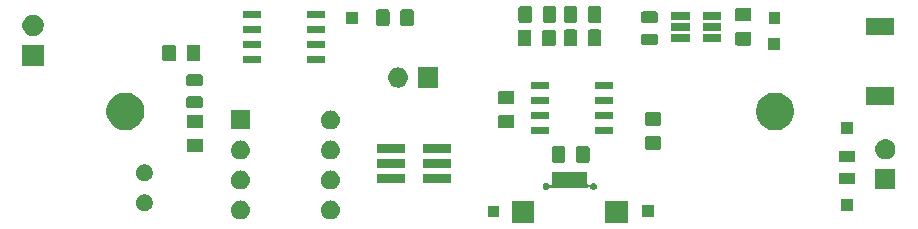
<source format=gbr>
G04 #@! TF.GenerationSoftware,KiCad,Pcbnew,(5.0.1)-4*
G04 #@! TF.CreationDate,2019-10-30T18:23:07+01:00*
G04 #@! TF.ProjectId,PCB,5043422E6B696361645F706362000000,rev?*
G04 #@! TF.SameCoordinates,Original*
G04 #@! TF.FileFunction,Soldermask,Top*
G04 #@! TF.FilePolarity,Negative*
%FSLAX46Y46*%
G04 Gerber Fmt 4.6, Leading zero omitted, Abs format (unit mm)*
G04 Created by KiCad (PCBNEW (5.0.1)-4) date 30/10/2019 18:23:07*
%MOMM*%
%LPD*%
G01*
G04 APERTURE LIST*
%ADD10C,0.100000*%
G04 APERTURE END LIST*
D10*
G36*
X152524800Y-119441000D02*
X150624800Y-119441000D01*
X150624800Y-117541000D01*
X152524800Y-117541000D01*
X152524800Y-119441000D01*
X152524800Y-119441000D01*
G37*
G36*
X144624800Y-119441000D02*
X142724800Y-119441000D01*
X142724800Y-117541000D01*
X144624800Y-117541000D01*
X144624800Y-119441000D01*
X144624800Y-119441000D01*
G37*
G36*
X127473249Y-117546317D02*
X127512427Y-117550176D01*
X127587828Y-117573049D01*
X127663229Y-117595921D01*
X127802208Y-117670208D01*
X127924022Y-117770178D01*
X128023992Y-117891992D01*
X128098279Y-118030971D01*
X128098279Y-118030972D01*
X128142038Y-118175225D01*
X128144024Y-118181774D01*
X128159470Y-118338600D01*
X128144024Y-118495426D01*
X128098279Y-118646229D01*
X128023992Y-118785208D01*
X127924022Y-118907022D01*
X127802208Y-119006992D01*
X127663229Y-119081279D01*
X127587828Y-119104151D01*
X127512427Y-119127024D01*
X127473249Y-119130883D01*
X127394895Y-119138600D01*
X127316305Y-119138600D01*
X127237951Y-119130883D01*
X127198773Y-119127024D01*
X127123372Y-119104151D01*
X127047971Y-119081279D01*
X126908992Y-119006992D01*
X126787178Y-118907022D01*
X126687208Y-118785208D01*
X126612921Y-118646229D01*
X126567176Y-118495426D01*
X126551730Y-118338600D01*
X126567176Y-118181774D01*
X126569163Y-118175225D01*
X126612921Y-118030972D01*
X126612921Y-118030971D01*
X126687208Y-117891992D01*
X126787178Y-117770178D01*
X126908992Y-117670208D01*
X127047971Y-117595921D01*
X127123372Y-117573049D01*
X127198773Y-117550176D01*
X127237951Y-117546317D01*
X127316305Y-117538600D01*
X127394895Y-117538600D01*
X127473249Y-117546317D01*
X127473249Y-117546317D01*
G37*
G36*
X119853249Y-117546317D02*
X119892427Y-117550176D01*
X119967828Y-117573049D01*
X120043229Y-117595921D01*
X120182208Y-117670208D01*
X120304022Y-117770178D01*
X120403992Y-117891992D01*
X120478279Y-118030971D01*
X120478279Y-118030972D01*
X120522038Y-118175225D01*
X120524024Y-118181774D01*
X120539470Y-118338600D01*
X120524024Y-118495426D01*
X120478279Y-118646229D01*
X120403992Y-118785208D01*
X120304022Y-118907022D01*
X120182208Y-119006992D01*
X120043229Y-119081279D01*
X119967828Y-119104151D01*
X119892427Y-119127024D01*
X119853249Y-119130883D01*
X119774895Y-119138600D01*
X119696305Y-119138600D01*
X119617951Y-119130883D01*
X119578773Y-119127024D01*
X119503372Y-119104151D01*
X119427971Y-119081279D01*
X119288992Y-119006992D01*
X119167178Y-118907022D01*
X119067208Y-118785208D01*
X118992921Y-118646229D01*
X118947176Y-118495426D01*
X118931730Y-118338600D01*
X118947176Y-118181774D01*
X118949163Y-118175225D01*
X118992921Y-118030972D01*
X118992921Y-118030971D01*
X119067208Y-117891992D01*
X119167178Y-117770178D01*
X119288992Y-117670208D01*
X119427971Y-117595921D01*
X119503372Y-117573049D01*
X119578773Y-117550176D01*
X119617951Y-117546317D01*
X119696305Y-117538600D01*
X119774895Y-117538600D01*
X119853249Y-117546317D01*
X119853249Y-117546317D01*
G37*
G36*
X141673200Y-118965600D02*
X140673200Y-118965600D01*
X140673200Y-117965600D01*
X141673200Y-117965600D01*
X141673200Y-118965600D01*
X141673200Y-118965600D01*
G37*
G36*
X154779600Y-118914800D02*
X153779600Y-118914800D01*
X153779600Y-117914800D01*
X154779600Y-117914800D01*
X154779600Y-118914800D01*
X154779600Y-118914800D01*
G37*
G36*
X111799083Y-117055900D02*
X111926474Y-117108668D01*
X112041125Y-117185275D01*
X112138625Y-117282775D01*
X112215232Y-117397426D01*
X112268000Y-117524817D01*
X112294900Y-117660055D01*
X112294900Y-117797945D01*
X112268000Y-117933183D01*
X112215232Y-118060574D01*
X112138625Y-118175225D01*
X112041125Y-118272725D01*
X111926474Y-118349332D01*
X111799083Y-118402100D01*
X111663845Y-118429000D01*
X111525955Y-118429000D01*
X111390717Y-118402100D01*
X111263326Y-118349332D01*
X111148675Y-118272725D01*
X111051175Y-118175225D01*
X110974568Y-118060574D01*
X110921800Y-117933183D01*
X110894900Y-117797945D01*
X110894900Y-117660055D01*
X110921800Y-117524817D01*
X110974568Y-117397426D01*
X111051175Y-117282775D01*
X111148675Y-117185275D01*
X111263326Y-117108668D01*
X111390717Y-117055900D01*
X111525955Y-117029000D01*
X111663845Y-117029000D01*
X111799083Y-117055900D01*
X111799083Y-117055900D01*
G37*
G36*
X171619800Y-118406800D02*
X170619800Y-118406800D01*
X170619800Y-117406800D01*
X171619800Y-117406800D01*
X171619800Y-118406800D01*
X171619800Y-118406800D01*
G37*
G36*
X149124800Y-116137248D02*
X149127202Y-116161634D01*
X149134315Y-116185083D01*
X149145866Y-116206694D01*
X149161412Y-116225636D01*
X149180354Y-116241182D01*
X149201965Y-116252733D01*
X149225414Y-116259846D01*
X149249800Y-116262248D01*
X149274186Y-116259846D01*
X149297635Y-116252733D01*
X149319246Y-116241182D01*
X149338188Y-116225636D01*
X149353734Y-116206694D01*
X149358942Y-116198900D01*
X149358943Y-116198897D01*
X149391774Y-116149761D01*
X149433561Y-116107974D01*
X149482697Y-116075143D01*
X149537293Y-116052528D01*
X149595253Y-116041000D01*
X149654347Y-116041000D01*
X149712307Y-116052528D01*
X149766903Y-116075143D01*
X149816039Y-116107974D01*
X149857826Y-116149761D01*
X149890657Y-116198897D01*
X149913272Y-116253493D01*
X149924800Y-116311453D01*
X149924800Y-116370547D01*
X149913272Y-116428507D01*
X149890657Y-116483103D01*
X149857826Y-116532239D01*
X149816039Y-116574026D01*
X149766903Y-116606857D01*
X149712307Y-116629472D01*
X149654347Y-116641000D01*
X149595253Y-116641000D01*
X149537293Y-116629472D01*
X149482697Y-116606857D01*
X149433561Y-116574026D01*
X149391774Y-116532239D01*
X149358943Y-116483103D01*
X149358942Y-116483100D01*
X149353734Y-116475306D01*
X149338188Y-116456364D01*
X149319246Y-116440818D01*
X149297635Y-116429267D01*
X149274186Y-116422154D01*
X149249800Y-116419752D01*
X149225414Y-116422154D01*
X149201964Y-116429267D01*
X149180354Y-116440818D01*
X149161412Y-116456364D01*
X149145866Y-116475306D01*
X149137478Y-116491000D01*
X146112122Y-116491000D01*
X146103734Y-116475306D01*
X146088188Y-116456364D01*
X146069246Y-116440818D01*
X146047635Y-116429267D01*
X146024186Y-116422154D01*
X145999800Y-116419752D01*
X145975414Y-116422154D01*
X145951965Y-116429267D01*
X145930354Y-116440818D01*
X145911412Y-116456364D01*
X145895866Y-116475306D01*
X145890658Y-116483100D01*
X145890657Y-116483103D01*
X145857826Y-116532239D01*
X145816039Y-116574026D01*
X145766903Y-116606857D01*
X145712307Y-116629472D01*
X145654347Y-116641000D01*
X145595253Y-116641000D01*
X145537293Y-116629472D01*
X145482697Y-116606857D01*
X145433561Y-116574026D01*
X145391774Y-116532239D01*
X145358943Y-116483103D01*
X145336328Y-116428507D01*
X145324800Y-116370547D01*
X145324800Y-116311453D01*
X145336328Y-116253493D01*
X145358943Y-116198897D01*
X145391774Y-116149761D01*
X145433561Y-116107974D01*
X145482697Y-116075143D01*
X145537293Y-116052528D01*
X145595253Y-116041000D01*
X145654347Y-116041000D01*
X145712307Y-116052528D01*
X145766903Y-116075143D01*
X145816039Y-116107974D01*
X145857826Y-116149761D01*
X145890657Y-116198897D01*
X145890658Y-116198900D01*
X145895866Y-116206694D01*
X145911412Y-116225636D01*
X145930354Y-116241182D01*
X145951965Y-116252733D01*
X145975414Y-116259846D01*
X145999800Y-116262248D01*
X146024186Y-116259846D01*
X146047636Y-116252733D01*
X146069246Y-116241182D01*
X146088188Y-116225636D01*
X146103734Y-116206694D01*
X146115285Y-116185083D01*
X146122398Y-116161634D01*
X146124800Y-116137248D01*
X146124800Y-115141000D01*
X149124800Y-115141000D01*
X149124800Y-116137248D01*
X149124800Y-116137248D01*
G37*
G36*
X119853249Y-115006317D02*
X119892427Y-115010176D01*
X119967828Y-115033049D01*
X120043229Y-115055921D01*
X120182208Y-115130208D01*
X120304022Y-115230178D01*
X120403992Y-115351992D01*
X120478279Y-115490971D01*
X120478279Y-115490972D01*
X120524024Y-115641773D01*
X120539470Y-115798600D01*
X120524024Y-115955427D01*
X120501152Y-116030827D01*
X120478279Y-116106229D01*
X120403992Y-116245208D01*
X120304022Y-116367022D01*
X120182208Y-116466992D01*
X120043229Y-116541279D01*
X119967827Y-116564152D01*
X119892427Y-116587024D01*
X119853249Y-116590883D01*
X119774895Y-116598600D01*
X119696305Y-116598600D01*
X119617951Y-116590883D01*
X119578773Y-116587024D01*
X119503373Y-116564152D01*
X119427971Y-116541279D01*
X119288992Y-116466992D01*
X119167178Y-116367022D01*
X119067208Y-116245208D01*
X118992921Y-116106229D01*
X118970048Y-116030827D01*
X118947176Y-115955427D01*
X118931730Y-115798600D01*
X118947176Y-115641773D01*
X118992921Y-115490972D01*
X118992921Y-115490971D01*
X119067208Y-115351992D01*
X119167178Y-115230178D01*
X119288992Y-115130208D01*
X119427971Y-115055921D01*
X119503372Y-115033049D01*
X119578773Y-115010176D01*
X119617951Y-115006317D01*
X119696305Y-114998600D01*
X119774895Y-114998600D01*
X119853249Y-115006317D01*
X119853249Y-115006317D01*
G37*
G36*
X127473249Y-115006317D02*
X127512427Y-115010176D01*
X127587828Y-115033049D01*
X127663229Y-115055921D01*
X127802208Y-115130208D01*
X127924022Y-115230178D01*
X128023992Y-115351992D01*
X128098279Y-115490971D01*
X128098279Y-115490972D01*
X128144024Y-115641773D01*
X128159470Y-115798600D01*
X128144024Y-115955427D01*
X128121152Y-116030827D01*
X128098279Y-116106229D01*
X128023992Y-116245208D01*
X127924022Y-116367022D01*
X127802208Y-116466992D01*
X127663229Y-116541279D01*
X127587827Y-116564152D01*
X127512427Y-116587024D01*
X127473249Y-116590883D01*
X127394895Y-116598600D01*
X127316305Y-116598600D01*
X127237951Y-116590883D01*
X127198773Y-116587024D01*
X127123373Y-116564152D01*
X127047971Y-116541279D01*
X126908992Y-116466992D01*
X126787178Y-116367022D01*
X126687208Y-116245208D01*
X126612921Y-116106229D01*
X126590048Y-116030827D01*
X126567176Y-115955427D01*
X126551730Y-115798600D01*
X126567176Y-115641773D01*
X126612921Y-115490972D01*
X126612921Y-115490971D01*
X126687208Y-115351992D01*
X126787178Y-115230178D01*
X126908992Y-115130208D01*
X127047971Y-115055921D01*
X127123372Y-115033049D01*
X127198773Y-115010176D01*
X127237951Y-115006317D01*
X127316305Y-114998600D01*
X127394895Y-114998600D01*
X127473249Y-115006317D01*
X127473249Y-115006317D01*
G37*
G36*
X175195600Y-116585100D02*
X173495600Y-116585100D01*
X173495600Y-114885100D01*
X175195600Y-114885100D01*
X175195600Y-116585100D01*
X175195600Y-116585100D01*
G37*
G36*
X171648392Y-115188176D02*
X171682283Y-115198457D01*
X171713511Y-115215148D01*
X171740885Y-115237615D01*
X171763352Y-115264989D01*
X171780043Y-115296217D01*
X171790324Y-115330108D01*
X171794400Y-115371491D01*
X171794400Y-115971709D01*
X171790324Y-116013092D01*
X171780043Y-116046983D01*
X171763352Y-116078211D01*
X171740885Y-116105585D01*
X171713511Y-116128052D01*
X171682283Y-116144743D01*
X171648392Y-116155024D01*
X171607009Y-116159100D01*
X170581791Y-116159100D01*
X170540408Y-116155024D01*
X170506517Y-116144743D01*
X170475289Y-116128052D01*
X170447915Y-116105585D01*
X170425448Y-116078211D01*
X170408757Y-116046983D01*
X170398476Y-116013092D01*
X170394400Y-115971709D01*
X170394400Y-115371491D01*
X170398476Y-115330108D01*
X170408757Y-115296217D01*
X170425448Y-115264989D01*
X170447915Y-115237615D01*
X170475289Y-115215148D01*
X170506517Y-115198457D01*
X170540408Y-115188176D01*
X170581791Y-115184100D01*
X171607009Y-115184100D01*
X171648392Y-115188176D01*
X171648392Y-115188176D01*
G37*
G36*
X133661000Y-116041600D02*
X131261000Y-116041600D01*
X131261000Y-115301600D01*
X133661000Y-115301600D01*
X133661000Y-116041600D01*
X133661000Y-116041600D01*
G37*
G36*
X137561000Y-116041600D02*
X135161000Y-116041600D01*
X135161000Y-115301600D01*
X137561000Y-115301600D01*
X137561000Y-116041600D01*
X137561000Y-116041600D01*
G37*
G36*
X111799083Y-114515900D02*
X111926474Y-114568668D01*
X112041125Y-114645275D01*
X112138625Y-114742775D01*
X112215232Y-114857426D01*
X112268000Y-114984817D01*
X112294900Y-115120055D01*
X112294900Y-115257945D01*
X112268000Y-115393183D01*
X112215232Y-115520574D01*
X112138625Y-115635225D01*
X112041125Y-115732725D01*
X111926474Y-115809332D01*
X111799083Y-115862100D01*
X111663845Y-115889000D01*
X111525955Y-115889000D01*
X111390717Y-115862100D01*
X111263326Y-115809332D01*
X111148675Y-115732725D01*
X111051175Y-115635225D01*
X110974568Y-115520574D01*
X110921800Y-115393183D01*
X110894900Y-115257945D01*
X110894900Y-115120055D01*
X110921800Y-114984817D01*
X110974568Y-114857426D01*
X111051175Y-114742775D01*
X111148675Y-114645275D01*
X111263326Y-114568668D01*
X111390717Y-114515900D01*
X111525955Y-114489000D01*
X111663845Y-114489000D01*
X111799083Y-114515900D01*
X111799083Y-114515900D01*
G37*
G36*
X133661000Y-114771600D02*
X131261000Y-114771600D01*
X131261000Y-114031600D01*
X133661000Y-114031600D01*
X133661000Y-114771600D01*
X133661000Y-114771600D01*
G37*
G36*
X137561000Y-114771600D02*
X135161000Y-114771600D01*
X135161000Y-114031600D01*
X137561000Y-114031600D01*
X137561000Y-114771600D01*
X137561000Y-114771600D01*
G37*
G36*
X147106522Y-112943639D02*
X147140053Y-112953811D01*
X147170960Y-112970331D01*
X147198043Y-112992557D01*
X147220269Y-113019640D01*
X147236789Y-113050547D01*
X147246961Y-113084078D01*
X147251000Y-113125087D01*
X147251000Y-114154113D01*
X147246961Y-114195122D01*
X147236789Y-114228653D01*
X147220269Y-114259560D01*
X147198043Y-114286643D01*
X147170960Y-114308869D01*
X147140053Y-114325389D01*
X147106522Y-114335561D01*
X147065513Y-114339600D01*
X146286487Y-114339600D01*
X146245478Y-114335561D01*
X146211947Y-114325389D01*
X146181040Y-114308869D01*
X146153957Y-114286643D01*
X146131731Y-114259560D01*
X146115211Y-114228653D01*
X146105039Y-114195122D01*
X146101000Y-114154113D01*
X146101000Y-113125087D01*
X146105039Y-113084078D01*
X146115211Y-113050547D01*
X146131731Y-113019640D01*
X146153957Y-112992557D01*
X146181040Y-112970331D01*
X146211947Y-112953811D01*
X146245478Y-112943639D01*
X146286487Y-112939600D01*
X147065513Y-112939600D01*
X147106522Y-112943639D01*
X147106522Y-112943639D01*
G37*
G36*
X149156522Y-112943639D02*
X149190053Y-112953811D01*
X149220960Y-112970331D01*
X149248043Y-112992557D01*
X149270269Y-113019640D01*
X149286789Y-113050547D01*
X149296961Y-113084078D01*
X149301000Y-113125087D01*
X149301000Y-114154113D01*
X149296961Y-114195122D01*
X149286789Y-114228653D01*
X149270269Y-114259560D01*
X149248043Y-114286643D01*
X149220960Y-114308869D01*
X149190053Y-114325389D01*
X149156522Y-114335561D01*
X149115513Y-114339600D01*
X148336487Y-114339600D01*
X148295478Y-114335561D01*
X148261947Y-114325389D01*
X148231040Y-114308869D01*
X148203957Y-114286643D01*
X148181731Y-114259560D01*
X148165211Y-114228653D01*
X148155039Y-114195122D01*
X148151000Y-114154113D01*
X148151000Y-113125087D01*
X148155039Y-113084078D01*
X148165211Y-113050547D01*
X148181731Y-113019640D01*
X148203957Y-112992557D01*
X148231040Y-112970331D01*
X148261947Y-112953811D01*
X148295478Y-112943639D01*
X148336487Y-112939600D01*
X149115513Y-112939600D01*
X149156522Y-112943639D01*
X149156522Y-112943639D01*
G37*
G36*
X171648392Y-113313176D02*
X171682283Y-113323457D01*
X171713511Y-113340148D01*
X171740885Y-113362615D01*
X171763352Y-113389989D01*
X171780043Y-113421217D01*
X171790324Y-113455108D01*
X171794400Y-113496491D01*
X171794400Y-114096709D01*
X171790324Y-114138092D01*
X171780043Y-114171983D01*
X171763352Y-114203211D01*
X171740885Y-114230585D01*
X171713511Y-114253052D01*
X171682283Y-114269743D01*
X171648392Y-114280024D01*
X171607009Y-114284100D01*
X170581791Y-114284100D01*
X170540408Y-114280024D01*
X170506517Y-114269743D01*
X170475289Y-114253052D01*
X170447915Y-114230585D01*
X170425448Y-114203211D01*
X170408757Y-114171983D01*
X170398476Y-114138092D01*
X170394400Y-114096709D01*
X170394400Y-113496491D01*
X170398476Y-113455108D01*
X170408757Y-113421217D01*
X170425448Y-113389989D01*
X170447915Y-113362615D01*
X170475289Y-113340148D01*
X170506517Y-113323457D01*
X170540408Y-113313176D01*
X170581791Y-113309100D01*
X171607009Y-113309100D01*
X171648392Y-113313176D01*
X171648392Y-113313176D01*
G37*
G36*
X119840666Y-112465078D02*
X119892427Y-112470176D01*
X119941071Y-112484932D01*
X120043229Y-112515921D01*
X120182208Y-112590208D01*
X120304022Y-112690178D01*
X120403992Y-112811992D01*
X120478279Y-112950971D01*
X120487610Y-112981732D01*
X120524024Y-113101773D01*
X120539470Y-113258600D01*
X120524024Y-113415427D01*
X120513060Y-113451570D01*
X120478279Y-113566229D01*
X120403992Y-113705208D01*
X120304022Y-113827022D01*
X120182208Y-113926992D01*
X120043229Y-114001279D01*
X119967828Y-114024151D01*
X119892427Y-114047024D01*
X119853249Y-114050883D01*
X119774895Y-114058600D01*
X119696305Y-114058600D01*
X119617951Y-114050883D01*
X119578773Y-114047024D01*
X119503372Y-114024151D01*
X119427971Y-114001279D01*
X119288992Y-113926992D01*
X119167178Y-113827022D01*
X119067208Y-113705208D01*
X118992921Y-113566229D01*
X118958140Y-113451570D01*
X118947176Y-113415427D01*
X118931730Y-113258600D01*
X118947176Y-113101773D01*
X118983590Y-112981732D01*
X118992921Y-112950971D01*
X119067208Y-112811992D01*
X119167178Y-112690178D01*
X119288992Y-112590208D01*
X119427971Y-112515921D01*
X119530129Y-112484932D01*
X119578773Y-112470176D01*
X119630534Y-112465078D01*
X119696305Y-112458600D01*
X119774895Y-112458600D01*
X119840666Y-112465078D01*
X119840666Y-112465078D01*
G37*
G36*
X127460666Y-112465078D02*
X127512427Y-112470176D01*
X127561071Y-112484932D01*
X127663229Y-112515921D01*
X127802208Y-112590208D01*
X127924022Y-112690178D01*
X128023992Y-112811992D01*
X128098279Y-112950971D01*
X128107610Y-112981732D01*
X128144024Y-113101773D01*
X128159470Y-113258600D01*
X128144024Y-113415427D01*
X128133060Y-113451570D01*
X128098279Y-113566229D01*
X128023992Y-113705208D01*
X127924022Y-113827022D01*
X127802208Y-113926992D01*
X127663229Y-114001279D01*
X127587828Y-114024151D01*
X127512427Y-114047024D01*
X127473249Y-114050883D01*
X127394895Y-114058600D01*
X127316305Y-114058600D01*
X127237951Y-114050883D01*
X127198773Y-114047024D01*
X127123372Y-114024151D01*
X127047971Y-114001279D01*
X126908992Y-113926992D01*
X126787178Y-113827022D01*
X126687208Y-113705208D01*
X126612921Y-113566229D01*
X126578140Y-113451570D01*
X126567176Y-113415427D01*
X126551730Y-113258600D01*
X126567176Y-113101773D01*
X126603590Y-112981732D01*
X126612921Y-112950971D01*
X126687208Y-112811992D01*
X126787178Y-112690178D01*
X126908992Y-112590208D01*
X127047971Y-112515921D01*
X127150129Y-112484932D01*
X127198773Y-112470176D01*
X127250534Y-112465078D01*
X127316305Y-112458600D01*
X127394895Y-112458600D01*
X127460666Y-112465078D01*
X127460666Y-112465078D01*
G37*
G36*
X174512230Y-112357399D02*
X174672455Y-112406003D01*
X174820120Y-112484931D01*
X174949549Y-112591151D01*
X175055769Y-112720580D01*
X175134697Y-112868245D01*
X175183301Y-113028470D01*
X175199712Y-113195100D01*
X175183301Y-113361730D01*
X175134697Y-113521955D01*
X175055769Y-113669620D01*
X174949549Y-113799049D01*
X174820120Y-113905269D01*
X174672455Y-113984197D01*
X174512230Y-114032801D01*
X174387352Y-114045100D01*
X174303848Y-114045100D01*
X174178970Y-114032801D01*
X174018745Y-113984197D01*
X173871080Y-113905269D01*
X173741651Y-113799049D01*
X173635431Y-113669620D01*
X173556503Y-113521955D01*
X173507899Y-113361730D01*
X173491488Y-113195100D01*
X173507899Y-113028470D01*
X173556503Y-112868245D01*
X173635431Y-112720580D01*
X173741651Y-112591151D01*
X173871080Y-112484931D01*
X174018745Y-112406003D01*
X174178970Y-112357399D01*
X174303848Y-112345100D01*
X174387352Y-112345100D01*
X174512230Y-112357399D01*
X174512230Y-112357399D01*
G37*
G36*
X137561000Y-113501600D02*
X135161000Y-113501600D01*
X135161000Y-112761600D01*
X137561000Y-112761600D01*
X137561000Y-113501600D01*
X137561000Y-113501600D01*
G37*
G36*
X133661000Y-113501600D02*
X131261000Y-113501600D01*
X131261000Y-112761600D01*
X133661000Y-112761600D01*
X133661000Y-113501600D01*
X133661000Y-113501600D01*
G37*
G36*
X116455722Y-112324639D02*
X116489253Y-112334811D01*
X116520160Y-112351331D01*
X116547243Y-112373557D01*
X116569469Y-112400640D01*
X116585989Y-112431547D01*
X116596161Y-112465078D01*
X116600200Y-112506087D01*
X116600200Y-113285113D01*
X116596161Y-113326122D01*
X116585989Y-113359653D01*
X116569469Y-113390560D01*
X116547243Y-113417643D01*
X116520160Y-113439869D01*
X116489253Y-113456389D01*
X116455722Y-113466561D01*
X116414713Y-113470600D01*
X115385687Y-113470600D01*
X115344678Y-113466561D01*
X115311147Y-113456389D01*
X115280240Y-113439869D01*
X115253157Y-113417643D01*
X115230931Y-113390560D01*
X115214411Y-113359653D01*
X115204239Y-113326122D01*
X115200200Y-113285113D01*
X115200200Y-112506087D01*
X115204239Y-112465078D01*
X115214411Y-112431547D01*
X115230931Y-112400640D01*
X115253157Y-112373557D01*
X115280240Y-112351331D01*
X115311147Y-112334811D01*
X115344678Y-112324639D01*
X115385687Y-112320600D01*
X116414713Y-112320600D01*
X116455722Y-112324639D01*
X116455722Y-112324639D01*
G37*
G36*
X155228822Y-112103439D02*
X155262353Y-112113611D01*
X155293260Y-112130131D01*
X155320343Y-112152357D01*
X155342569Y-112179440D01*
X155359089Y-112210347D01*
X155369261Y-112243878D01*
X155373300Y-112284887D01*
X155373300Y-113063913D01*
X155369261Y-113104922D01*
X155359089Y-113138453D01*
X155342569Y-113169360D01*
X155320343Y-113196443D01*
X155293260Y-113218669D01*
X155262353Y-113235189D01*
X155228822Y-113245361D01*
X155187813Y-113249400D01*
X154158787Y-113249400D01*
X154117778Y-113245361D01*
X154084247Y-113235189D01*
X154053340Y-113218669D01*
X154026257Y-113196443D01*
X154004031Y-113169360D01*
X153987511Y-113138453D01*
X153977339Y-113104922D01*
X153973300Y-113063913D01*
X153973300Y-112284887D01*
X153977339Y-112243878D01*
X153987511Y-112210347D01*
X154004031Y-112179440D01*
X154026257Y-112152357D01*
X154053340Y-112130131D01*
X154084247Y-112113611D01*
X154117778Y-112103439D01*
X154158787Y-112099400D01*
X155187813Y-112099400D01*
X155228822Y-112103439D01*
X155228822Y-112103439D01*
G37*
G36*
X145885200Y-111882200D02*
X144335200Y-111882200D01*
X144335200Y-111282200D01*
X145885200Y-111282200D01*
X145885200Y-111882200D01*
X145885200Y-111882200D01*
G37*
G36*
X151285200Y-111882200D02*
X149735200Y-111882200D01*
X149735200Y-111282200D01*
X151285200Y-111282200D01*
X151285200Y-111882200D01*
X151285200Y-111882200D01*
G37*
G36*
X171569000Y-111879000D02*
X170569000Y-111879000D01*
X170569000Y-110879000D01*
X171569000Y-110879000D01*
X171569000Y-111879000D01*
X171569000Y-111879000D01*
G37*
G36*
X165466703Y-108461486D02*
X165757883Y-108582097D01*
X166019944Y-108757201D01*
X166242799Y-108980056D01*
X166417903Y-109242117D01*
X166538514Y-109533297D01*
X166600000Y-109842412D01*
X166600000Y-110157588D01*
X166538514Y-110466703D01*
X166417903Y-110757883D01*
X166242799Y-111019944D01*
X166019944Y-111242799D01*
X165757883Y-111417903D01*
X165466703Y-111538514D01*
X165157588Y-111600000D01*
X164842412Y-111600000D01*
X164533297Y-111538514D01*
X164242117Y-111417903D01*
X163980056Y-111242799D01*
X163757201Y-111019944D01*
X163582097Y-110757883D01*
X163461486Y-110466703D01*
X163400000Y-110157588D01*
X163400000Y-109842412D01*
X163461486Y-109533297D01*
X163582097Y-109242117D01*
X163757201Y-108980056D01*
X163980056Y-108757201D01*
X164242117Y-108582097D01*
X164533297Y-108461486D01*
X164842412Y-108400000D01*
X165157588Y-108400000D01*
X165466703Y-108461486D01*
X165466703Y-108461486D01*
G37*
G36*
X110466703Y-108461486D02*
X110757883Y-108582097D01*
X111019944Y-108757201D01*
X111242799Y-108980056D01*
X111417903Y-109242117D01*
X111538514Y-109533297D01*
X111600000Y-109842412D01*
X111600000Y-110157588D01*
X111538514Y-110466703D01*
X111417903Y-110757883D01*
X111242799Y-111019944D01*
X111019944Y-111242799D01*
X110757883Y-111417903D01*
X110466703Y-111538514D01*
X110157588Y-111600000D01*
X109842412Y-111600000D01*
X109533297Y-111538514D01*
X109242117Y-111417903D01*
X108980056Y-111242799D01*
X108757201Y-111019944D01*
X108582097Y-110757883D01*
X108461486Y-110466703D01*
X108400000Y-110157588D01*
X108400000Y-109842412D01*
X108461486Y-109533297D01*
X108582097Y-109242117D01*
X108757201Y-108980056D01*
X108980056Y-108757201D01*
X109242117Y-108582097D01*
X109533297Y-108461486D01*
X109842412Y-108400000D01*
X110157588Y-108400000D01*
X110466703Y-108461486D01*
X110466703Y-108461486D01*
G37*
G36*
X120535600Y-111518600D02*
X118935600Y-111518600D01*
X118935600Y-109918600D01*
X120535600Y-109918600D01*
X120535600Y-111518600D01*
X120535600Y-111518600D01*
G37*
G36*
X127473249Y-109926317D02*
X127512427Y-109930176D01*
X127587827Y-109953048D01*
X127663229Y-109975921D01*
X127802208Y-110050208D01*
X127924022Y-110150178D01*
X128023992Y-110271992D01*
X128098279Y-110410971D01*
X128144024Y-110561774D01*
X128159470Y-110718600D01*
X128144024Y-110875426D01*
X128098279Y-111026229D01*
X128023992Y-111165208D01*
X127924022Y-111287022D01*
X127802208Y-111386992D01*
X127663229Y-111461279D01*
X127587828Y-111484151D01*
X127512427Y-111507024D01*
X127473249Y-111510883D01*
X127394895Y-111518600D01*
X127316305Y-111518600D01*
X127237951Y-111510883D01*
X127198773Y-111507024D01*
X127123372Y-111484151D01*
X127047971Y-111461279D01*
X126908992Y-111386992D01*
X126787178Y-111287022D01*
X126687208Y-111165208D01*
X126612921Y-111026229D01*
X126567176Y-110875426D01*
X126551730Y-110718600D01*
X126567176Y-110561774D01*
X126612921Y-110410971D01*
X126687208Y-110271992D01*
X126787178Y-110150178D01*
X126908992Y-110050208D01*
X127047971Y-109975921D01*
X127123373Y-109953048D01*
X127198773Y-109930176D01*
X127237951Y-109926317D01*
X127316305Y-109918600D01*
X127394895Y-109918600D01*
X127473249Y-109926317D01*
X127473249Y-109926317D01*
G37*
G36*
X142795522Y-110292639D02*
X142829053Y-110302811D01*
X142859960Y-110319331D01*
X142887043Y-110341557D01*
X142909269Y-110368640D01*
X142925789Y-110399547D01*
X142935961Y-110433078D01*
X142940000Y-110474087D01*
X142940000Y-111253113D01*
X142935961Y-111294122D01*
X142925789Y-111327653D01*
X142909269Y-111358560D01*
X142887043Y-111385643D01*
X142859960Y-111407869D01*
X142829053Y-111424389D01*
X142795522Y-111434561D01*
X142754513Y-111438600D01*
X141725487Y-111438600D01*
X141684478Y-111434561D01*
X141650947Y-111424389D01*
X141620040Y-111407869D01*
X141592957Y-111385643D01*
X141570731Y-111358560D01*
X141554211Y-111327653D01*
X141544039Y-111294122D01*
X141540000Y-111253113D01*
X141540000Y-110474087D01*
X141544039Y-110433078D01*
X141554211Y-110399547D01*
X141570731Y-110368640D01*
X141592957Y-110341557D01*
X141620040Y-110319331D01*
X141650947Y-110302811D01*
X141684478Y-110292639D01*
X141725487Y-110288600D01*
X142754513Y-110288600D01*
X142795522Y-110292639D01*
X142795522Y-110292639D01*
G37*
G36*
X116455722Y-110274639D02*
X116489253Y-110284811D01*
X116520160Y-110301331D01*
X116547243Y-110323557D01*
X116569469Y-110350640D01*
X116585989Y-110381547D01*
X116596161Y-110415078D01*
X116600200Y-110456087D01*
X116600200Y-111235113D01*
X116596161Y-111276122D01*
X116585989Y-111309653D01*
X116569469Y-111340560D01*
X116547243Y-111367643D01*
X116520160Y-111389869D01*
X116489253Y-111406389D01*
X116455722Y-111416561D01*
X116414713Y-111420600D01*
X115385687Y-111420600D01*
X115344678Y-111416561D01*
X115311147Y-111406389D01*
X115280240Y-111389869D01*
X115253157Y-111367643D01*
X115230931Y-111340560D01*
X115214411Y-111309653D01*
X115204239Y-111276122D01*
X115200200Y-111235113D01*
X115200200Y-110456087D01*
X115204239Y-110415078D01*
X115214411Y-110381547D01*
X115230931Y-110350640D01*
X115253157Y-110323557D01*
X115280240Y-110301331D01*
X115311147Y-110284811D01*
X115344678Y-110274639D01*
X115385687Y-110270600D01*
X116414713Y-110270600D01*
X116455722Y-110274639D01*
X116455722Y-110274639D01*
G37*
G36*
X155228822Y-110053439D02*
X155262353Y-110063611D01*
X155293260Y-110080131D01*
X155320343Y-110102357D01*
X155342569Y-110129440D01*
X155359089Y-110160347D01*
X155369261Y-110193878D01*
X155373300Y-110234887D01*
X155373300Y-111013913D01*
X155369261Y-111054922D01*
X155359089Y-111088453D01*
X155342569Y-111119360D01*
X155320343Y-111146443D01*
X155293260Y-111168669D01*
X155262353Y-111185189D01*
X155228822Y-111195361D01*
X155187813Y-111199400D01*
X154158787Y-111199400D01*
X154117778Y-111195361D01*
X154084247Y-111185189D01*
X154053340Y-111168669D01*
X154026257Y-111146443D01*
X154004031Y-111119360D01*
X153987511Y-111088453D01*
X153977339Y-111054922D01*
X153973300Y-111013913D01*
X153973300Y-110234887D01*
X153977339Y-110193878D01*
X153987511Y-110160347D01*
X154004031Y-110129440D01*
X154026257Y-110102357D01*
X154053340Y-110080131D01*
X154084247Y-110063611D01*
X154117778Y-110053439D01*
X154158787Y-110049400D01*
X155187813Y-110049400D01*
X155228822Y-110053439D01*
X155228822Y-110053439D01*
G37*
G36*
X145885200Y-110612200D02*
X144335200Y-110612200D01*
X144335200Y-110012200D01*
X145885200Y-110012200D01*
X145885200Y-110612200D01*
X145885200Y-110612200D01*
G37*
G36*
X151285200Y-110612200D02*
X149735200Y-110612200D01*
X149735200Y-110012200D01*
X151285200Y-110012200D01*
X151285200Y-110612200D01*
X151285200Y-110612200D01*
G37*
G36*
X116403392Y-108731976D02*
X116437283Y-108742257D01*
X116468511Y-108758948D01*
X116495885Y-108781415D01*
X116518352Y-108808789D01*
X116535043Y-108840017D01*
X116545324Y-108873908D01*
X116549400Y-108915291D01*
X116549400Y-109515509D01*
X116545324Y-109556892D01*
X116535043Y-109590783D01*
X116518352Y-109622011D01*
X116495885Y-109649385D01*
X116468511Y-109671852D01*
X116437283Y-109688543D01*
X116403392Y-109698824D01*
X116362009Y-109702900D01*
X115336791Y-109702900D01*
X115295408Y-109698824D01*
X115261517Y-109688543D01*
X115230289Y-109671852D01*
X115202915Y-109649385D01*
X115180448Y-109622011D01*
X115163757Y-109590783D01*
X115153476Y-109556892D01*
X115149400Y-109515509D01*
X115149400Y-108915291D01*
X115153476Y-108873908D01*
X115163757Y-108840017D01*
X115180448Y-108808789D01*
X115202915Y-108781415D01*
X115230289Y-108758948D01*
X115261517Y-108742257D01*
X115295408Y-108731976D01*
X115336791Y-108727900D01*
X116362009Y-108727900D01*
X116403392Y-108731976D01*
X116403392Y-108731976D01*
G37*
G36*
X175088400Y-109415200D02*
X172688400Y-109415200D01*
X172688400Y-107965200D01*
X175088400Y-107965200D01*
X175088400Y-109415200D01*
X175088400Y-109415200D01*
G37*
G36*
X142795522Y-108242639D02*
X142829053Y-108252811D01*
X142859960Y-108269331D01*
X142887043Y-108291557D01*
X142909269Y-108318640D01*
X142925789Y-108349547D01*
X142935961Y-108383078D01*
X142940000Y-108424087D01*
X142940000Y-109203113D01*
X142935961Y-109244122D01*
X142925789Y-109277653D01*
X142909269Y-109308560D01*
X142887043Y-109335643D01*
X142859960Y-109357869D01*
X142829053Y-109374389D01*
X142795522Y-109384561D01*
X142754513Y-109388600D01*
X141725487Y-109388600D01*
X141684478Y-109384561D01*
X141650947Y-109374389D01*
X141620040Y-109357869D01*
X141592957Y-109335643D01*
X141570731Y-109308560D01*
X141554211Y-109277653D01*
X141544039Y-109244122D01*
X141540000Y-109203113D01*
X141540000Y-108424087D01*
X141544039Y-108383078D01*
X141554211Y-108349547D01*
X141570731Y-108318640D01*
X141592957Y-108291557D01*
X141620040Y-108269331D01*
X141650947Y-108252811D01*
X141684478Y-108242639D01*
X141725487Y-108238600D01*
X142754513Y-108238600D01*
X142795522Y-108242639D01*
X142795522Y-108242639D01*
G37*
G36*
X151285200Y-109342200D02*
X149735200Y-109342200D01*
X149735200Y-108742200D01*
X151285200Y-108742200D01*
X151285200Y-109342200D01*
X151285200Y-109342200D01*
G37*
G36*
X145885200Y-109342200D02*
X144335200Y-109342200D01*
X144335200Y-108742200D01*
X145885200Y-108742200D01*
X145885200Y-109342200D01*
X145885200Y-109342200D01*
G37*
G36*
X151285200Y-108072200D02*
X149735200Y-108072200D01*
X149735200Y-107472200D01*
X151285200Y-107472200D01*
X151285200Y-108072200D01*
X151285200Y-108072200D01*
G37*
G36*
X145885200Y-108072200D02*
X144335200Y-108072200D01*
X144335200Y-107472200D01*
X145885200Y-107472200D01*
X145885200Y-108072200D01*
X145885200Y-108072200D01*
G37*
G36*
X133249930Y-106286799D02*
X133410155Y-106335403D01*
X133557820Y-106414331D01*
X133687249Y-106520551D01*
X133793469Y-106649980D01*
X133872397Y-106797645D01*
X133921001Y-106957870D01*
X133937412Y-107124500D01*
X133921001Y-107291130D01*
X133872397Y-107451355D01*
X133793469Y-107599020D01*
X133687249Y-107728449D01*
X133557820Y-107834669D01*
X133410155Y-107913597D01*
X133249930Y-107962201D01*
X133125052Y-107974500D01*
X133041548Y-107974500D01*
X132916670Y-107962201D01*
X132756445Y-107913597D01*
X132608780Y-107834669D01*
X132479351Y-107728449D01*
X132373131Y-107599020D01*
X132294203Y-107451355D01*
X132245599Y-107291130D01*
X132229188Y-107124500D01*
X132245599Y-106957870D01*
X132294203Y-106797645D01*
X132373131Y-106649980D01*
X132479351Y-106520551D01*
X132608780Y-106414331D01*
X132756445Y-106335403D01*
X132916670Y-106286799D01*
X133041548Y-106274500D01*
X133125052Y-106274500D01*
X133249930Y-106286799D01*
X133249930Y-106286799D01*
G37*
G36*
X136473300Y-107974500D02*
X134773300Y-107974500D01*
X134773300Y-106274500D01*
X136473300Y-106274500D01*
X136473300Y-107974500D01*
X136473300Y-107974500D01*
G37*
G36*
X116403392Y-106856976D02*
X116437283Y-106867257D01*
X116468511Y-106883948D01*
X116495885Y-106906415D01*
X116518352Y-106933789D01*
X116535043Y-106965017D01*
X116545324Y-106998908D01*
X116549400Y-107040291D01*
X116549400Y-107640509D01*
X116545324Y-107681892D01*
X116535043Y-107715783D01*
X116518352Y-107747011D01*
X116495885Y-107774385D01*
X116468511Y-107796852D01*
X116437283Y-107813543D01*
X116403392Y-107823824D01*
X116362009Y-107827900D01*
X115336791Y-107827900D01*
X115295408Y-107823824D01*
X115261517Y-107813543D01*
X115230289Y-107796852D01*
X115202915Y-107774385D01*
X115180448Y-107747011D01*
X115163757Y-107715783D01*
X115153476Y-107681892D01*
X115149400Y-107640509D01*
X115149400Y-107040291D01*
X115153476Y-106998908D01*
X115163757Y-106965017D01*
X115180448Y-106933789D01*
X115202915Y-106906415D01*
X115230289Y-106883948D01*
X115261517Y-106867257D01*
X115295408Y-106856976D01*
X115336791Y-106852900D01*
X116362009Y-106852900D01*
X116403392Y-106856976D01*
X116403392Y-106856976D01*
G37*
G36*
X103084200Y-106157600D02*
X101284200Y-106157600D01*
X101284200Y-104357600D01*
X103084200Y-104357600D01*
X103084200Y-106157600D01*
X103084200Y-106157600D01*
G37*
G36*
X126893600Y-105913200D02*
X125343600Y-105913200D01*
X125343600Y-105313200D01*
X126893600Y-105313200D01*
X126893600Y-105913200D01*
X126893600Y-105913200D01*
G37*
G36*
X121493600Y-105913200D02*
X119943600Y-105913200D01*
X119943600Y-105313200D01*
X121493600Y-105313200D01*
X121493600Y-105913200D01*
X121493600Y-105913200D01*
G37*
G36*
X114137322Y-104358439D02*
X114170853Y-104368611D01*
X114201760Y-104385131D01*
X114228843Y-104407357D01*
X114251069Y-104434440D01*
X114267589Y-104465347D01*
X114277761Y-104498878D01*
X114281800Y-104539887D01*
X114281800Y-105568913D01*
X114277761Y-105609922D01*
X114267589Y-105643453D01*
X114251069Y-105674360D01*
X114228843Y-105701443D01*
X114201760Y-105723669D01*
X114170853Y-105740189D01*
X114137322Y-105750361D01*
X114096313Y-105754400D01*
X113317287Y-105754400D01*
X113276278Y-105750361D01*
X113242747Y-105740189D01*
X113211840Y-105723669D01*
X113184757Y-105701443D01*
X113162531Y-105674360D01*
X113146011Y-105643453D01*
X113135839Y-105609922D01*
X113131800Y-105568913D01*
X113131800Y-104539887D01*
X113135839Y-104498878D01*
X113146011Y-104465347D01*
X113162531Y-104434440D01*
X113184757Y-104407357D01*
X113211840Y-104385131D01*
X113242747Y-104368611D01*
X113276278Y-104358439D01*
X113317287Y-104354400D01*
X114096313Y-104354400D01*
X114137322Y-104358439D01*
X114137322Y-104358439D01*
G37*
G36*
X116187322Y-104358439D02*
X116220853Y-104368611D01*
X116251760Y-104385131D01*
X116278843Y-104407357D01*
X116301069Y-104434440D01*
X116317589Y-104465347D01*
X116327761Y-104498878D01*
X116331800Y-104539887D01*
X116331800Y-105568913D01*
X116327761Y-105609922D01*
X116317589Y-105643453D01*
X116301069Y-105674360D01*
X116278843Y-105701443D01*
X116251760Y-105723669D01*
X116220853Y-105740189D01*
X116187322Y-105750361D01*
X116146313Y-105754400D01*
X115367287Y-105754400D01*
X115326278Y-105750361D01*
X115292747Y-105740189D01*
X115261840Y-105723669D01*
X115234757Y-105701443D01*
X115212531Y-105674360D01*
X115196011Y-105643453D01*
X115185839Y-105609922D01*
X115181800Y-105568913D01*
X115181800Y-104539887D01*
X115185839Y-104498878D01*
X115196011Y-104465347D01*
X115212531Y-104434440D01*
X115234757Y-104407357D01*
X115261840Y-104385131D01*
X115292747Y-104368611D01*
X115326278Y-104358439D01*
X115367287Y-104354400D01*
X116146313Y-104354400D01*
X116187322Y-104358439D01*
X116187322Y-104358439D01*
G37*
G36*
X165434900Y-104817800D02*
X164434900Y-104817800D01*
X164434900Y-103817800D01*
X165434900Y-103817800D01*
X165434900Y-104817800D01*
X165434900Y-104817800D01*
G37*
G36*
X126893600Y-104643200D02*
X125343600Y-104643200D01*
X125343600Y-104043200D01*
X126893600Y-104043200D01*
X126893600Y-104643200D01*
X126893600Y-104643200D01*
G37*
G36*
X121493600Y-104643200D02*
X119943600Y-104643200D01*
X119943600Y-104043200D01*
X121493600Y-104043200D01*
X121493600Y-104643200D01*
X121493600Y-104643200D01*
G37*
G36*
X144227322Y-103075739D02*
X144260853Y-103085911D01*
X144291760Y-103102431D01*
X144318843Y-103124657D01*
X144341069Y-103151740D01*
X144357589Y-103182647D01*
X144367761Y-103216178D01*
X144371800Y-103257187D01*
X144371800Y-104286213D01*
X144367761Y-104327222D01*
X144357589Y-104360753D01*
X144341069Y-104391660D01*
X144318843Y-104418743D01*
X144291760Y-104440969D01*
X144260853Y-104457489D01*
X144227322Y-104467661D01*
X144186313Y-104471700D01*
X143407287Y-104471700D01*
X143366278Y-104467661D01*
X143332747Y-104457489D01*
X143301840Y-104440969D01*
X143274757Y-104418743D01*
X143252531Y-104391660D01*
X143236011Y-104360753D01*
X143225839Y-104327222D01*
X143221800Y-104286213D01*
X143221800Y-103257187D01*
X143225839Y-103216178D01*
X143236011Y-103182647D01*
X143252531Y-103151740D01*
X143274757Y-103124657D01*
X143301840Y-103102431D01*
X143332747Y-103085911D01*
X143366278Y-103075739D01*
X143407287Y-103071700D01*
X144186313Y-103071700D01*
X144227322Y-103075739D01*
X144227322Y-103075739D01*
G37*
G36*
X146277322Y-103075739D02*
X146310853Y-103085911D01*
X146341760Y-103102431D01*
X146368843Y-103124657D01*
X146391069Y-103151740D01*
X146407589Y-103182647D01*
X146417761Y-103216178D01*
X146421800Y-103257187D01*
X146421800Y-104286213D01*
X146417761Y-104327222D01*
X146407589Y-104360753D01*
X146391069Y-104391660D01*
X146368843Y-104418743D01*
X146341760Y-104440969D01*
X146310853Y-104457489D01*
X146277322Y-104467661D01*
X146236313Y-104471700D01*
X145457287Y-104471700D01*
X145416278Y-104467661D01*
X145382747Y-104457489D01*
X145351840Y-104440969D01*
X145324757Y-104418743D01*
X145302531Y-104391660D01*
X145286011Y-104360753D01*
X145275839Y-104327222D01*
X145271800Y-104286213D01*
X145271800Y-103257187D01*
X145275839Y-103216178D01*
X145286011Y-103182647D01*
X145302531Y-103151740D01*
X145324757Y-103124657D01*
X145351840Y-103102431D01*
X145382747Y-103085911D01*
X145416278Y-103075739D01*
X145457287Y-103071700D01*
X146236313Y-103071700D01*
X146277322Y-103075739D01*
X146277322Y-103075739D01*
G37*
G36*
X148109822Y-103063039D02*
X148143353Y-103073211D01*
X148174260Y-103089731D01*
X148201343Y-103111957D01*
X148223569Y-103139040D01*
X148240089Y-103169947D01*
X148250261Y-103203478D01*
X148254300Y-103244487D01*
X148254300Y-104273513D01*
X148250261Y-104314522D01*
X148240089Y-104348053D01*
X148223569Y-104378960D01*
X148201343Y-104406043D01*
X148174260Y-104428269D01*
X148143353Y-104444789D01*
X148109822Y-104454961D01*
X148068813Y-104459000D01*
X147289787Y-104459000D01*
X147248778Y-104454961D01*
X147215247Y-104444789D01*
X147184340Y-104428269D01*
X147157257Y-104406043D01*
X147135031Y-104378960D01*
X147118511Y-104348053D01*
X147108339Y-104314522D01*
X147104300Y-104273513D01*
X147104300Y-103244487D01*
X147108339Y-103203478D01*
X147118511Y-103169947D01*
X147135031Y-103139040D01*
X147157257Y-103111957D01*
X147184340Y-103089731D01*
X147215247Y-103073211D01*
X147248778Y-103063039D01*
X147289787Y-103059000D01*
X148068813Y-103059000D01*
X148109822Y-103063039D01*
X148109822Y-103063039D01*
G37*
G36*
X150159822Y-103063039D02*
X150193353Y-103073211D01*
X150224260Y-103089731D01*
X150251343Y-103111957D01*
X150273569Y-103139040D01*
X150290089Y-103169947D01*
X150300261Y-103203478D01*
X150304300Y-103244487D01*
X150304300Y-104273513D01*
X150300261Y-104314522D01*
X150290089Y-104348053D01*
X150273569Y-104378960D01*
X150251343Y-104406043D01*
X150224260Y-104428269D01*
X150193353Y-104444789D01*
X150159822Y-104454961D01*
X150118813Y-104459000D01*
X149339787Y-104459000D01*
X149298778Y-104454961D01*
X149265247Y-104444789D01*
X149234340Y-104428269D01*
X149207257Y-104406043D01*
X149185031Y-104378960D01*
X149168511Y-104348053D01*
X149158339Y-104314522D01*
X149154300Y-104273513D01*
X149154300Y-103244487D01*
X149158339Y-103203478D01*
X149168511Y-103169947D01*
X149185031Y-103139040D01*
X149207257Y-103111957D01*
X149234340Y-103089731D01*
X149265247Y-103073211D01*
X149298778Y-103063039D01*
X149339787Y-103059000D01*
X150118813Y-103059000D01*
X150159822Y-103063039D01*
X150159822Y-103063039D01*
G37*
G36*
X162861522Y-103273239D02*
X162895053Y-103283411D01*
X162925960Y-103299931D01*
X162953043Y-103322157D01*
X162975269Y-103349240D01*
X162991789Y-103380147D01*
X163001961Y-103413678D01*
X163006000Y-103454687D01*
X163006000Y-104233713D01*
X163001961Y-104274722D01*
X162991789Y-104308253D01*
X162975269Y-104339160D01*
X162953043Y-104366243D01*
X162925960Y-104388469D01*
X162895053Y-104404989D01*
X162861522Y-104415161D01*
X162820513Y-104419200D01*
X161791487Y-104419200D01*
X161750478Y-104415161D01*
X161716947Y-104404989D01*
X161686040Y-104388469D01*
X161658957Y-104366243D01*
X161636731Y-104339160D01*
X161620211Y-104308253D01*
X161610039Y-104274722D01*
X161606000Y-104233713D01*
X161606000Y-103454687D01*
X161610039Y-103413678D01*
X161620211Y-103380147D01*
X161636731Y-103349240D01*
X161658957Y-103322157D01*
X161686040Y-103299931D01*
X161716947Y-103283411D01*
X161750478Y-103273239D01*
X161791487Y-103269200D01*
X162820513Y-103269200D01*
X162861522Y-103273239D01*
X162861522Y-103273239D01*
G37*
G36*
X154909792Y-103410676D02*
X154943683Y-103420957D01*
X154974911Y-103437648D01*
X155002285Y-103460115D01*
X155024752Y-103487489D01*
X155041443Y-103518717D01*
X155051724Y-103552608D01*
X155055800Y-103593991D01*
X155055800Y-104194209D01*
X155051724Y-104235592D01*
X155041443Y-104269483D01*
X155024752Y-104300711D01*
X155002285Y-104328085D01*
X154974911Y-104350552D01*
X154943683Y-104367243D01*
X154909792Y-104377524D01*
X154868409Y-104381600D01*
X153843191Y-104381600D01*
X153801808Y-104377524D01*
X153767917Y-104367243D01*
X153736689Y-104350552D01*
X153709315Y-104328085D01*
X153686848Y-104300711D01*
X153670157Y-104269483D01*
X153659876Y-104235592D01*
X153655800Y-104194209D01*
X153655800Y-103593991D01*
X153659876Y-103552608D01*
X153670157Y-103518717D01*
X153686848Y-103487489D01*
X153709315Y-103460115D01*
X153736689Y-103437648D01*
X153767917Y-103420957D01*
X153801808Y-103410676D01*
X153843191Y-103406600D01*
X154868409Y-103406600D01*
X154909792Y-103410676D01*
X154909792Y-103410676D01*
G37*
G36*
X160469800Y-104122100D02*
X158909800Y-104122100D01*
X158909800Y-103472100D01*
X160469800Y-103472100D01*
X160469800Y-104122100D01*
X160469800Y-104122100D01*
G37*
G36*
X157769800Y-104122100D02*
X156209800Y-104122100D01*
X156209800Y-103472100D01*
X157769800Y-103472100D01*
X157769800Y-104122100D01*
X157769800Y-104122100D01*
G37*
G36*
X102446721Y-101852186D02*
X102610509Y-101920029D01*
X102757920Y-102018526D01*
X102883274Y-102143880D01*
X102981771Y-102291291D01*
X103049614Y-102455079D01*
X103084200Y-102628956D01*
X103084200Y-102806244D01*
X103049614Y-102980121D01*
X102981771Y-103143909D01*
X102883274Y-103291320D01*
X102757920Y-103416674D01*
X102610509Y-103515171D01*
X102446721Y-103583014D01*
X102272844Y-103617600D01*
X102095556Y-103617600D01*
X101921679Y-103583014D01*
X101757891Y-103515171D01*
X101610480Y-103416674D01*
X101485126Y-103291320D01*
X101386629Y-103143909D01*
X101318786Y-102980121D01*
X101284200Y-102806244D01*
X101284200Y-102628956D01*
X101318786Y-102455079D01*
X101386629Y-102291291D01*
X101485126Y-102143880D01*
X101610480Y-102018526D01*
X101757891Y-101920029D01*
X101921679Y-101852186D01*
X102095556Y-101817600D01*
X102272844Y-101817600D01*
X102446721Y-101852186D01*
X102446721Y-101852186D01*
G37*
G36*
X175088400Y-103515200D02*
X172688400Y-103515200D01*
X172688400Y-102065200D01*
X175088400Y-102065200D01*
X175088400Y-103515200D01*
X175088400Y-103515200D01*
G37*
G36*
X121493600Y-103373200D02*
X119943600Y-103373200D01*
X119943600Y-102773200D01*
X121493600Y-102773200D01*
X121493600Y-103373200D01*
X121493600Y-103373200D01*
G37*
G36*
X126893600Y-103373200D02*
X125343600Y-103373200D01*
X125343600Y-102773200D01*
X126893600Y-102773200D01*
X126893600Y-103373200D01*
X126893600Y-103373200D01*
G37*
G36*
X157769800Y-103172100D02*
X156209800Y-103172100D01*
X156209800Y-102522100D01*
X157769800Y-102522100D01*
X157769800Y-103172100D01*
X157769800Y-103172100D01*
G37*
G36*
X160469800Y-103172100D02*
X158909800Y-103172100D01*
X158909800Y-102522100D01*
X160469800Y-102522100D01*
X160469800Y-103172100D01*
X160469800Y-103172100D01*
G37*
G36*
X132218422Y-101361239D02*
X132251953Y-101371411D01*
X132282860Y-101387931D01*
X132309943Y-101410157D01*
X132332169Y-101437240D01*
X132348689Y-101468147D01*
X132358861Y-101501678D01*
X132362900Y-101542687D01*
X132362900Y-102571713D01*
X132358861Y-102612722D01*
X132348689Y-102646253D01*
X132332169Y-102677160D01*
X132309943Y-102704243D01*
X132282860Y-102726469D01*
X132251953Y-102742989D01*
X132218422Y-102753161D01*
X132177413Y-102757200D01*
X131398387Y-102757200D01*
X131357378Y-102753161D01*
X131323847Y-102742989D01*
X131292940Y-102726469D01*
X131265857Y-102704243D01*
X131243631Y-102677160D01*
X131227111Y-102646253D01*
X131216939Y-102612722D01*
X131212900Y-102571713D01*
X131212900Y-101542687D01*
X131216939Y-101501678D01*
X131227111Y-101468147D01*
X131243631Y-101437240D01*
X131265857Y-101410157D01*
X131292940Y-101387931D01*
X131323847Y-101371411D01*
X131357378Y-101361239D01*
X131398387Y-101357200D01*
X132177413Y-101357200D01*
X132218422Y-101361239D01*
X132218422Y-101361239D01*
G37*
G36*
X134268422Y-101361239D02*
X134301953Y-101371411D01*
X134332860Y-101387931D01*
X134359943Y-101410157D01*
X134382169Y-101437240D01*
X134398689Y-101468147D01*
X134408861Y-101501678D01*
X134412900Y-101542687D01*
X134412900Y-102571713D01*
X134408861Y-102612722D01*
X134398689Y-102646253D01*
X134382169Y-102677160D01*
X134359943Y-102704243D01*
X134332860Y-102726469D01*
X134301953Y-102742989D01*
X134268422Y-102753161D01*
X134227413Y-102757200D01*
X133448387Y-102757200D01*
X133407378Y-102753161D01*
X133373847Y-102742989D01*
X133342940Y-102726469D01*
X133315857Y-102704243D01*
X133293631Y-102677160D01*
X133277111Y-102646253D01*
X133266939Y-102612722D01*
X133262900Y-102571713D01*
X133262900Y-101542687D01*
X133266939Y-101501678D01*
X133277111Y-101468147D01*
X133293631Y-101437240D01*
X133315857Y-101410157D01*
X133342940Y-101387931D01*
X133373847Y-101371411D01*
X133407378Y-101361239D01*
X133448387Y-101357200D01*
X134227413Y-101357200D01*
X134268422Y-101361239D01*
X134268422Y-101361239D01*
G37*
G36*
X129671700Y-102569900D02*
X128671700Y-102569900D01*
X128671700Y-101569900D01*
X129671700Y-101569900D01*
X129671700Y-102569900D01*
X129671700Y-102569900D01*
G37*
G36*
X165460300Y-102557200D02*
X164460300Y-102557200D01*
X164460300Y-101557200D01*
X165460300Y-101557200D01*
X165460300Y-102557200D01*
X165460300Y-102557200D01*
G37*
G36*
X154909792Y-101535676D02*
X154943683Y-101545957D01*
X154974911Y-101562648D01*
X155002285Y-101585115D01*
X155024752Y-101612489D01*
X155041443Y-101643717D01*
X155051724Y-101677608D01*
X155055800Y-101718991D01*
X155055800Y-102319209D01*
X155051724Y-102360592D01*
X155041443Y-102394483D01*
X155024752Y-102425711D01*
X155002285Y-102453085D01*
X154974911Y-102475552D01*
X154943683Y-102492243D01*
X154909792Y-102502524D01*
X154868409Y-102506600D01*
X153843191Y-102506600D01*
X153801808Y-102502524D01*
X153767917Y-102492243D01*
X153736689Y-102475552D01*
X153709315Y-102453085D01*
X153686848Y-102425711D01*
X153670157Y-102394483D01*
X153659876Y-102360592D01*
X153655800Y-102319209D01*
X153655800Y-101718991D01*
X153659876Y-101677608D01*
X153670157Y-101643717D01*
X153686848Y-101612489D01*
X153709315Y-101585115D01*
X153736689Y-101562648D01*
X153767917Y-101545957D01*
X153801808Y-101535676D01*
X153843191Y-101531600D01*
X154868409Y-101531600D01*
X154909792Y-101535676D01*
X154909792Y-101535676D01*
G37*
G36*
X150163522Y-101094539D02*
X150197053Y-101104711D01*
X150227960Y-101121231D01*
X150255043Y-101143457D01*
X150277269Y-101170540D01*
X150293789Y-101201447D01*
X150303961Y-101234978D01*
X150308000Y-101275987D01*
X150308000Y-102305013D01*
X150303961Y-102346022D01*
X150293789Y-102379553D01*
X150277269Y-102410460D01*
X150255043Y-102437543D01*
X150227960Y-102459769D01*
X150197053Y-102476289D01*
X150163522Y-102486461D01*
X150122513Y-102490500D01*
X149343487Y-102490500D01*
X149302478Y-102486461D01*
X149268947Y-102476289D01*
X149238040Y-102459769D01*
X149210957Y-102437543D01*
X149188731Y-102410460D01*
X149172211Y-102379553D01*
X149162039Y-102346022D01*
X149158000Y-102305013D01*
X149158000Y-101275987D01*
X149162039Y-101234978D01*
X149172211Y-101201447D01*
X149188731Y-101170540D01*
X149210957Y-101143457D01*
X149238040Y-101121231D01*
X149268947Y-101104711D01*
X149302478Y-101094539D01*
X149343487Y-101090500D01*
X150122513Y-101090500D01*
X150163522Y-101094539D01*
X150163522Y-101094539D01*
G37*
G36*
X146328122Y-101094539D02*
X146361653Y-101104711D01*
X146392560Y-101121231D01*
X146419643Y-101143457D01*
X146441869Y-101170540D01*
X146458389Y-101201447D01*
X146468561Y-101234978D01*
X146472600Y-101275987D01*
X146472600Y-102305013D01*
X146468561Y-102346022D01*
X146458389Y-102379553D01*
X146441869Y-102410460D01*
X146419643Y-102437543D01*
X146392560Y-102459769D01*
X146361653Y-102476289D01*
X146328122Y-102486461D01*
X146287113Y-102490500D01*
X145508087Y-102490500D01*
X145467078Y-102486461D01*
X145433547Y-102476289D01*
X145402640Y-102459769D01*
X145375557Y-102437543D01*
X145353331Y-102410460D01*
X145336811Y-102379553D01*
X145326639Y-102346022D01*
X145322600Y-102305013D01*
X145322600Y-101275987D01*
X145326639Y-101234978D01*
X145336811Y-101201447D01*
X145353331Y-101170540D01*
X145375557Y-101143457D01*
X145402640Y-101121231D01*
X145433547Y-101104711D01*
X145467078Y-101094539D01*
X145508087Y-101090500D01*
X146287113Y-101090500D01*
X146328122Y-101094539D01*
X146328122Y-101094539D01*
G37*
G36*
X144278122Y-101094539D02*
X144311653Y-101104711D01*
X144342560Y-101121231D01*
X144369643Y-101143457D01*
X144391869Y-101170540D01*
X144408389Y-101201447D01*
X144418561Y-101234978D01*
X144422600Y-101275987D01*
X144422600Y-102305013D01*
X144418561Y-102346022D01*
X144408389Y-102379553D01*
X144391869Y-102410460D01*
X144369643Y-102437543D01*
X144342560Y-102459769D01*
X144311653Y-102476289D01*
X144278122Y-102486461D01*
X144237113Y-102490500D01*
X143458087Y-102490500D01*
X143417078Y-102486461D01*
X143383547Y-102476289D01*
X143352640Y-102459769D01*
X143325557Y-102437543D01*
X143303331Y-102410460D01*
X143286811Y-102379553D01*
X143276639Y-102346022D01*
X143272600Y-102305013D01*
X143272600Y-101275987D01*
X143276639Y-101234978D01*
X143286811Y-101201447D01*
X143303331Y-101170540D01*
X143325557Y-101143457D01*
X143352640Y-101121231D01*
X143383547Y-101104711D01*
X143417078Y-101094539D01*
X143458087Y-101090500D01*
X144237113Y-101090500D01*
X144278122Y-101094539D01*
X144278122Y-101094539D01*
G37*
G36*
X148113522Y-101094539D02*
X148147053Y-101104711D01*
X148177960Y-101121231D01*
X148205043Y-101143457D01*
X148227269Y-101170540D01*
X148243789Y-101201447D01*
X148253961Y-101234978D01*
X148258000Y-101275987D01*
X148258000Y-102305013D01*
X148253961Y-102346022D01*
X148243789Y-102379553D01*
X148227269Y-102410460D01*
X148205043Y-102437543D01*
X148177960Y-102459769D01*
X148147053Y-102476289D01*
X148113522Y-102486461D01*
X148072513Y-102490500D01*
X147293487Y-102490500D01*
X147252478Y-102486461D01*
X147218947Y-102476289D01*
X147188040Y-102459769D01*
X147160957Y-102437543D01*
X147138731Y-102410460D01*
X147122211Y-102379553D01*
X147112039Y-102346022D01*
X147108000Y-102305013D01*
X147108000Y-101275987D01*
X147112039Y-101234978D01*
X147122211Y-101201447D01*
X147138731Y-101170540D01*
X147160957Y-101143457D01*
X147188040Y-101121231D01*
X147218947Y-101104711D01*
X147252478Y-101094539D01*
X147293487Y-101090500D01*
X148072513Y-101090500D01*
X148113522Y-101094539D01*
X148113522Y-101094539D01*
G37*
G36*
X162861522Y-101223239D02*
X162895053Y-101233411D01*
X162925960Y-101249931D01*
X162953043Y-101272157D01*
X162975269Y-101299240D01*
X162991789Y-101330147D01*
X163001961Y-101363678D01*
X163006000Y-101404687D01*
X163006000Y-102183713D01*
X163001961Y-102224722D01*
X162991789Y-102258253D01*
X162975269Y-102289160D01*
X162953043Y-102316243D01*
X162925960Y-102338469D01*
X162895053Y-102354989D01*
X162861522Y-102365161D01*
X162820513Y-102369200D01*
X161791487Y-102369200D01*
X161750478Y-102365161D01*
X161716947Y-102354989D01*
X161686040Y-102338469D01*
X161658957Y-102316243D01*
X161636731Y-102289160D01*
X161620211Y-102258253D01*
X161610039Y-102224722D01*
X161606000Y-102183713D01*
X161606000Y-101404687D01*
X161610039Y-101363678D01*
X161620211Y-101330147D01*
X161636731Y-101299240D01*
X161658957Y-101272157D01*
X161686040Y-101249931D01*
X161716947Y-101233411D01*
X161750478Y-101223239D01*
X161791487Y-101219200D01*
X162820513Y-101219200D01*
X162861522Y-101223239D01*
X162861522Y-101223239D01*
G37*
G36*
X157769800Y-102222100D02*
X156209800Y-102222100D01*
X156209800Y-101572100D01*
X157769800Y-101572100D01*
X157769800Y-102222100D01*
X157769800Y-102222100D01*
G37*
G36*
X160469800Y-102222100D02*
X158909800Y-102222100D01*
X158909800Y-101572100D01*
X160469800Y-101572100D01*
X160469800Y-102222100D01*
X160469800Y-102222100D01*
G37*
G36*
X121493600Y-102103200D02*
X119943600Y-102103200D01*
X119943600Y-101503200D01*
X121493600Y-101503200D01*
X121493600Y-102103200D01*
X121493600Y-102103200D01*
G37*
G36*
X126893600Y-102103200D02*
X125343600Y-102103200D01*
X125343600Y-101503200D01*
X126893600Y-101503200D01*
X126893600Y-102103200D01*
X126893600Y-102103200D01*
G37*
M02*

</source>
